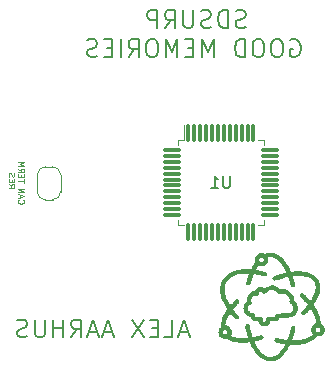
<source format=gbo>
G04 #@! TF.GenerationSoftware,KiCad,Pcbnew,7.0.7*
G04 #@! TF.CreationDate,2023-09-06T22:46:29-07:00*
G04 #@! TF.ProjectId,Memory Board,4d656d6f-7279-4204-926f-6172642e6b69,rev?*
G04 #@! TF.SameCoordinates,Original*
G04 #@! TF.FileFunction,Legend,Bot*
G04 #@! TF.FilePolarity,Positive*
%FSLAX46Y46*%
G04 Gerber Fmt 4.6, Leading zero omitted, Abs format (unit mm)*
G04 Created by KiCad (PCBNEW 7.0.7) date 2023-09-06 22:46:29*
%MOMM*%
%LPD*%
G01*
G04 APERTURE LIST*
G04 Aperture macros list*
%AMRoundRect*
0 Rectangle with rounded corners*
0 $1 Rounding radius*
0 $2 $3 $4 $5 $6 $7 $8 $9 X,Y pos of 4 corners*
0 Add a 4 corners polygon primitive as box body*
4,1,4,$2,$3,$4,$5,$6,$7,$8,$9,$2,$3,0*
0 Add four circle primitives for the rounded corners*
1,1,$1+$1,$2,$3*
1,1,$1+$1,$4,$5*
1,1,$1+$1,$6,$7*
1,1,$1+$1,$8,$9*
0 Add four rect primitives between the rounded corners*
20,1,$1+$1,$2,$3,$4,$5,0*
20,1,$1+$1,$4,$5,$6,$7,0*
20,1,$1+$1,$6,$7,$8,$9,0*
20,1,$1+$1,$8,$9,$2,$3,0*%
%AMFreePoly0*
4,1,19,0.500000,-0.750000,0.000000,-0.750000,0.000000,-0.744911,-0.071157,-0.744911,-0.207708,-0.704816,-0.327430,-0.627875,-0.420627,-0.520320,-0.479746,-0.390866,-0.500000,-0.250000,-0.500000,0.250000,-0.479746,0.390866,-0.420627,0.520320,-0.327430,0.627875,-0.207708,0.704816,-0.071157,0.744911,0.000000,0.744911,0.000000,0.750000,0.500000,0.750000,0.500000,-0.750000,0.500000,-0.750000,
$1*%
%AMFreePoly1*
4,1,19,0.000000,0.744911,0.071157,0.744911,0.207708,0.704816,0.327430,0.627875,0.420627,0.520320,0.479746,0.390866,0.500000,0.250000,0.500000,-0.250000,0.479746,-0.390866,0.420627,-0.520320,0.327430,-0.627875,0.207708,-0.704816,0.071157,-0.744911,0.000000,-0.744911,0.000000,-0.750000,-0.500000,-0.750000,-0.500000,0.750000,0.000000,0.750000,0.000000,0.744911,0.000000,0.744911,
$1*%
G04 Aperture macros list end*
%ADD10C,0.100000*%
%ADD11C,0.200000*%
%ADD12C,0.150000*%
%ADD13C,0.120000*%
%ADD14C,3.600000*%
%ADD15C,6.400000*%
%ADD16C,0.660000*%
%ADD17O,1.000000X0.580000*%
%ADD18C,1.100000*%
%ADD19C,1.700000*%
%ADD20O,1.700000X1.700000*%
%ADD21R,1.700000X1.700000*%
%ADD22RoundRect,0.075000X-0.075000X0.662500X-0.075000X-0.662500X0.075000X-0.662500X0.075000X0.662500X0*%
%ADD23RoundRect,0.075000X-0.662500X0.075000X-0.662500X-0.075000X0.662500X-0.075000X0.662500X0.075000X0*%
%ADD24FreePoly0,90.000000*%
%ADD25FreePoly1,90.000000*%
G04 APERTURE END LIST*
D10*
X28949009Y-42404761D02*
X28925200Y-42428570D01*
X28925200Y-42428570D02*
X28901390Y-42499999D01*
X28901390Y-42499999D02*
X28901390Y-42547618D01*
X28901390Y-42547618D02*
X28925200Y-42619046D01*
X28925200Y-42619046D02*
X28972819Y-42666665D01*
X28972819Y-42666665D02*
X29020438Y-42690475D01*
X29020438Y-42690475D02*
X29115676Y-42714284D01*
X29115676Y-42714284D02*
X29187104Y-42714284D01*
X29187104Y-42714284D02*
X29282342Y-42690475D01*
X29282342Y-42690475D02*
X29329961Y-42666665D01*
X29329961Y-42666665D02*
X29377580Y-42619046D01*
X29377580Y-42619046D02*
X29401390Y-42547618D01*
X29401390Y-42547618D02*
X29401390Y-42499999D01*
X29401390Y-42499999D02*
X29377580Y-42428570D01*
X29377580Y-42428570D02*
X29353771Y-42404761D01*
X29044247Y-42214284D02*
X29044247Y-41976189D01*
X28901390Y-42261903D02*
X29401390Y-42095237D01*
X29401390Y-42095237D02*
X28901390Y-41928570D01*
X28901390Y-41761904D02*
X29401390Y-41761904D01*
X29401390Y-41761904D02*
X28901390Y-41476190D01*
X28901390Y-41476190D02*
X29401390Y-41476190D01*
X29401390Y-40928570D02*
X29401390Y-40642856D01*
X28901390Y-40785713D02*
X29401390Y-40785713D01*
X29163295Y-40476190D02*
X29163295Y-40309523D01*
X28901390Y-40238095D02*
X28901390Y-40476190D01*
X28901390Y-40476190D02*
X29401390Y-40476190D01*
X29401390Y-40476190D02*
X29401390Y-40238095D01*
X28901390Y-39738095D02*
X29139485Y-39904761D01*
X28901390Y-40023809D02*
X29401390Y-40023809D01*
X29401390Y-40023809D02*
X29401390Y-39833333D01*
X29401390Y-39833333D02*
X29377580Y-39785714D01*
X29377580Y-39785714D02*
X29353771Y-39761904D01*
X29353771Y-39761904D02*
X29306152Y-39738095D01*
X29306152Y-39738095D02*
X29234723Y-39738095D01*
X29234723Y-39738095D02*
X29187104Y-39761904D01*
X29187104Y-39761904D02*
X29163295Y-39785714D01*
X29163295Y-39785714D02*
X29139485Y-39833333D01*
X29139485Y-39833333D02*
X29139485Y-40023809D01*
X28901390Y-39523809D02*
X29401390Y-39523809D01*
X29401390Y-39523809D02*
X29044247Y-39357142D01*
X29044247Y-39357142D02*
X29401390Y-39190476D01*
X29401390Y-39190476D02*
X28901390Y-39190476D01*
X28096390Y-41059523D02*
X28334485Y-41226189D01*
X28096390Y-41345237D02*
X28596390Y-41345237D01*
X28596390Y-41345237D02*
X28596390Y-41154761D01*
X28596390Y-41154761D02*
X28572580Y-41107142D01*
X28572580Y-41107142D02*
X28548771Y-41083332D01*
X28548771Y-41083332D02*
X28501152Y-41059523D01*
X28501152Y-41059523D02*
X28429723Y-41059523D01*
X28429723Y-41059523D02*
X28382104Y-41083332D01*
X28382104Y-41083332D02*
X28358295Y-41107142D01*
X28358295Y-41107142D02*
X28334485Y-41154761D01*
X28334485Y-41154761D02*
X28334485Y-41345237D01*
X28358295Y-40845237D02*
X28358295Y-40678570D01*
X28096390Y-40607142D02*
X28096390Y-40845237D01*
X28096390Y-40845237D02*
X28596390Y-40845237D01*
X28596390Y-40845237D02*
X28596390Y-40607142D01*
X28120200Y-40416665D02*
X28096390Y-40345237D01*
X28096390Y-40345237D02*
X28096390Y-40226189D01*
X28096390Y-40226189D02*
X28120200Y-40178570D01*
X28120200Y-40178570D02*
X28144009Y-40154761D01*
X28144009Y-40154761D02*
X28191628Y-40130951D01*
X28191628Y-40130951D02*
X28239247Y-40130951D01*
X28239247Y-40130951D02*
X28286866Y-40154761D01*
X28286866Y-40154761D02*
X28310676Y-40178570D01*
X28310676Y-40178570D02*
X28334485Y-40226189D01*
X28334485Y-40226189D02*
X28358295Y-40321427D01*
X28358295Y-40321427D02*
X28382104Y-40369046D01*
X28382104Y-40369046D02*
X28405914Y-40392856D01*
X28405914Y-40392856D02*
X28453533Y-40416665D01*
X28453533Y-40416665D02*
X28501152Y-40416665D01*
X28501152Y-40416665D02*
X28548771Y-40392856D01*
X28548771Y-40392856D02*
X28572580Y-40369046D01*
X28572580Y-40369046D02*
X28596390Y-40321427D01*
X28596390Y-40321427D02*
X28596390Y-40202380D01*
X28596390Y-40202380D02*
X28572580Y-40130951D01*
D11*
X43317999Y-53594957D02*
X42603714Y-53594957D01*
X43460856Y-54023528D02*
X42960856Y-52523528D01*
X42960856Y-52523528D02*
X42460856Y-54023528D01*
X41246571Y-54023528D02*
X41960857Y-54023528D01*
X41960857Y-54023528D02*
X41960857Y-52523528D01*
X40746571Y-53237814D02*
X40246571Y-53237814D01*
X40032285Y-54023528D02*
X40746571Y-54023528D01*
X40746571Y-54023528D02*
X40746571Y-52523528D01*
X40746571Y-52523528D02*
X40032285Y-52523528D01*
X39532285Y-52523528D02*
X38532285Y-54023528D01*
X38532285Y-52523528D02*
X39532285Y-54023528D01*
X36889428Y-53594957D02*
X36175143Y-53594957D01*
X37032285Y-54023528D02*
X36532285Y-52523528D01*
X36532285Y-52523528D02*
X36032285Y-54023528D01*
X35603714Y-53594957D02*
X34889429Y-53594957D01*
X35746571Y-54023528D02*
X35246571Y-52523528D01*
X35246571Y-52523528D02*
X34746571Y-54023528D01*
X33389429Y-54023528D02*
X33889429Y-53309242D01*
X34246572Y-54023528D02*
X34246572Y-52523528D01*
X34246572Y-52523528D02*
X33675143Y-52523528D01*
X33675143Y-52523528D02*
X33532286Y-52594957D01*
X33532286Y-52594957D02*
X33460857Y-52666385D01*
X33460857Y-52666385D02*
X33389429Y-52809242D01*
X33389429Y-52809242D02*
X33389429Y-53023528D01*
X33389429Y-53023528D02*
X33460857Y-53166385D01*
X33460857Y-53166385D02*
X33532286Y-53237814D01*
X33532286Y-53237814D02*
X33675143Y-53309242D01*
X33675143Y-53309242D02*
X34246572Y-53309242D01*
X32746572Y-54023528D02*
X32746572Y-52523528D01*
X32746572Y-53237814D02*
X31889429Y-53237814D01*
X31889429Y-54023528D02*
X31889429Y-52523528D01*
X31175143Y-52523528D02*
X31175143Y-53737814D01*
X31175143Y-53737814D02*
X31103714Y-53880671D01*
X31103714Y-53880671D02*
X31032286Y-53952100D01*
X31032286Y-53952100D02*
X30889428Y-54023528D01*
X30889428Y-54023528D02*
X30603714Y-54023528D01*
X30603714Y-54023528D02*
X30460857Y-53952100D01*
X30460857Y-53952100D02*
X30389428Y-53880671D01*
X30389428Y-53880671D02*
X30318000Y-53737814D01*
X30318000Y-53737814D02*
X30318000Y-52523528D01*
X29675142Y-53952100D02*
X29460857Y-54023528D01*
X29460857Y-54023528D02*
X29103714Y-54023528D01*
X29103714Y-54023528D02*
X28960857Y-53952100D01*
X28960857Y-53952100D02*
X28889428Y-53880671D01*
X28889428Y-53880671D02*
X28817999Y-53737814D01*
X28817999Y-53737814D02*
X28817999Y-53594957D01*
X28817999Y-53594957D02*
X28889428Y-53452100D01*
X28889428Y-53452100D02*
X28960857Y-53380671D01*
X28960857Y-53380671D02*
X29103714Y-53309242D01*
X29103714Y-53309242D02*
X29389428Y-53237814D01*
X29389428Y-53237814D02*
X29532285Y-53166385D01*
X29532285Y-53166385D02*
X29603714Y-53094957D01*
X29603714Y-53094957D02*
X29675142Y-52952100D01*
X29675142Y-52952100D02*
X29675142Y-52809242D01*
X29675142Y-52809242D02*
X29603714Y-52666385D01*
X29603714Y-52666385D02*
X29532285Y-52594957D01*
X29532285Y-52594957D02*
X29389428Y-52523528D01*
X29389428Y-52523528D02*
X29032285Y-52523528D01*
X29032285Y-52523528D02*
X28817999Y-52594957D01*
X51968171Y-28871357D02*
X52111029Y-28799928D01*
X52111029Y-28799928D02*
X52325314Y-28799928D01*
X52325314Y-28799928D02*
X52539600Y-28871357D01*
X52539600Y-28871357D02*
X52682457Y-29014214D01*
X52682457Y-29014214D02*
X52753886Y-29157071D01*
X52753886Y-29157071D02*
X52825314Y-29442785D01*
X52825314Y-29442785D02*
X52825314Y-29657071D01*
X52825314Y-29657071D02*
X52753886Y-29942785D01*
X52753886Y-29942785D02*
X52682457Y-30085642D01*
X52682457Y-30085642D02*
X52539600Y-30228500D01*
X52539600Y-30228500D02*
X52325314Y-30299928D01*
X52325314Y-30299928D02*
X52182457Y-30299928D01*
X52182457Y-30299928D02*
X51968171Y-30228500D01*
X51968171Y-30228500D02*
X51896743Y-30157071D01*
X51896743Y-30157071D02*
X51896743Y-29657071D01*
X51896743Y-29657071D02*
X52182457Y-29657071D01*
X50968171Y-28799928D02*
X50682457Y-28799928D01*
X50682457Y-28799928D02*
X50539600Y-28871357D01*
X50539600Y-28871357D02*
X50396743Y-29014214D01*
X50396743Y-29014214D02*
X50325314Y-29299928D01*
X50325314Y-29299928D02*
X50325314Y-29799928D01*
X50325314Y-29799928D02*
X50396743Y-30085642D01*
X50396743Y-30085642D02*
X50539600Y-30228500D01*
X50539600Y-30228500D02*
X50682457Y-30299928D01*
X50682457Y-30299928D02*
X50968171Y-30299928D01*
X50968171Y-30299928D02*
X51111029Y-30228500D01*
X51111029Y-30228500D02*
X51253886Y-30085642D01*
X51253886Y-30085642D02*
X51325314Y-29799928D01*
X51325314Y-29799928D02*
X51325314Y-29299928D01*
X51325314Y-29299928D02*
X51253886Y-29014214D01*
X51253886Y-29014214D02*
X51111029Y-28871357D01*
X51111029Y-28871357D02*
X50968171Y-28799928D01*
X49396742Y-28799928D02*
X49111028Y-28799928D01*
X49111028Y-28799928D02*
X48968171Y-28871357D01*
X48968171Y-28871357D02*
X48825314Y-29014214D01*
X48825314Y-29014214D02*
X48753885Y-29299928D01*
X48753885Y-29299928D02*
X48753885Y-29799928D01*
X48753885Y-29799928D02*
X48825314Y-30085642D01*
X48825314Y-30085642D02*
X48968171Y-30228500D01*
X48968171Y-30228500D02*
X49111028Y-30299928D01*
X49111028Y-30299928D02*
X49396742Y-30299928D01*
X49396742Y-30299928D02*
X49539600Y-30228500D01*
X49539600Y-30228500D02*
X49682457Y-30085642D01*
X49682457Y-30085642D02*
X49753885Y-29799928D01*
X49753885Y-29799928D02*
X49753885Y-29299928D01*
X49753885Y-29299928D02*
X49682457Y-29014214D01*
X49682457Y-29014214D02*
X49539600Y-28871357D01*
X49539600Y-28871357D02*
X49396742Y-28799928D01*
X48111028Y-30299928D02*
X48111028Y-28799928D01*
X48111028Y-28799928D02*
X47753885Y-28799928D01*
X47753885Y-28799928D02*
X47539599Y-28871357D01*
X47539599Y-28871357D02*
X47396742Y-29014214D01*
X47396742Y-29014214D02*
X47325313Y-29157071D01*
X47325313Y-29157071D02*
X47253885Y-29442785D01*
X47253885Y-29442785D02*
X47253885Y-29657071D01*
X47253885Y-29657071D02*
X47325313Y-29942785D01*
X47325313Y-29942785D02*
X47396742Y-30085642D01*
X47396742Y-30085642D02*
X47539599Y-30228500D01*
X47539599Y-30228500D02*
X47753885Y-30299928D01*
X47753885Y-30299928D02*
X48111028Y-30299928D01*
X45468171Y-30299928D02*
X45468171Y-28799928D01*
X45468171Y-28799928D02*
X44968171Y-29871357D01*
X44968171Y-29871357D02*
X44468171Y-28799928D01*
X44468171Y-28799928D02*
X44468171Y-30299928D01*
X43753885Y-29514214D02*
X43253885Y-29514214D01*
X43039599Y-30299928D02*
X43753885Y-30299928D01*
X43753885Y-30299928D02*
X43753885Y-28799928D01*
X43753885Y-28799928D02*
X43039599Y-28799928D01*
X42396742Y-30299928D02*
X42396742Y-28799928D01*
X42396742Y-28799928D02*
X41896742Y-29871357D01*
X41896742Y-29871357D02*
X41396742Y-28799928D01*
X41396742Y-28799928D02*
X41396742Y-30299928D01*
X40396741Y-28799928D02*
X40111027Y-28799928D01*
X40111027Y-28799928D02*
X39968170Y-28871357D01*
X39968170Y-28871357D02*
X39825313Y-29014214D01*
X39825313Y-29014214D02*
X39753884Y-29299928D01*
X39753884Y-29299928D02*
X39753884Y-29799928D01*
X39753884Y-29799928D02*
X39825313Y-30085642D01*
X39825313Y-30085642D02*
X39968170Y-30228500D01*
X39968170Y-30228500D02*
X40111027Y-30299928D01*
X40111027Y-30299928D02*
X40396741Y-30299928D01*
X40396741Y-30299928D02*
X40539599Y-30228500D01*
X40539599Y-30228500D02*
X40682456Y-30085642D01*
X40682456Y-30085642D02*
X40753884Y-29799928D01*
X40753884Y-29799928D02*
X40753884Y-29299928D01*
X40753884Y-29299928D02*
X40682456Y-29014214D01*
X40682456Y-29014214D02*
X40539599Y-28871357D01*
X40539599Y-28871357D02*
X40396741Y-28799928D01*
X38253884Y-30299928D02*
X38753884Y-29585642D01*
X39111027Y-30299928D02*
X39111027Y-28799928D01*
X39111027Y-28799928D02*
X38539598Y-28799928D01*
X38539598Y-28799928D02*
X38396741Y-28871357D01*
X38396741Y-28871357D02*
X38325312Y-28942785D01*
X38325312Y-28942785D02*
X38253884Y-29085642D01*
X38253884Y-29085642D02*
X38253884Y-29299928D01*
X38253884Y-29299928D02*
X38325312Y-29442785D01*
X38325312Y-29442785D02*
X38396741Y-29514214D01*
X38396741Y-29514214D02*
X38539598Y-29585642D01*
X38539598Y-29585642D02*
X39111027Y-29585642D01*
X37611027Y-30299928D02*
X37611027Y-28799928D01*
X36896741Y-29514214D02*
X36396741Y-29514214D01*
X36182455Y-30299928D02*
X36896741Y-30299928D01*
X36896741Y-30299928D02*
X36896741Y-28799928D01*
X36896741Y-28799928D02*
X36182455Y-28799928D01*
X35611026Y-30228500D02*
X35396741Y-30299928D01*
X35396741Y-30299928D02*
X35039598Y-30299928D01*
X35039598Y-30299928D02*
X34896741Y-30228500D01*
X34896741Y-30228500D02*
X34825312Y-30157071D01*
X34825312Y-30157071D02*
X34753883Y-30014214D01*
X34753883Y-30014214D02*
X34753883Y-29871357D01*
X34753883Y-29871357D02*
X34825312Y-29728500D01*
X34825312Y-29728500D02*
X34896741Y-29657071D01*
X34896741Y-29657071D02*
X35039598Y-29585642D01*
X35039598Y-29585642D02*
X35325312Y-29514214D01*
X35325312Y-29514214D02*
X35468169Y-29442785D01*
X35468169Y-29442785D02*
X35539598Y-29371357D01*
X35539598Y-29371357D02*
X35611026Y-29228500D01*
X35611026Y-29228500D02*
X35611026Y-29085642D01*
X35611026Y-29085642D02*
X35539598Y-28942785D01*
X35539598Y-28942785D02*
X35468169Y-28871357D01*
X35468169Y-28871357D02*
X35325312Y-28799928D01*
X35325312Y-28799928D02*
X34968169Y-28799928D01*
X34968169Y-28799928D02*
X34753883Y-28871357D01*
X48171370Y-27764700D02*
X47957085Y-27836128D01*
X47957085Y-27836128D02*
X47599942Y-27836128D01*
X47599942Y-27836128D02*
X47457085Y-27764700D01*
X47457085Y-27764700D02*
X47385656Y-27693271D01*
X47385656Y-27693271D02*
X47314227Y-27550414D01*
X47314227Y-27550414D02*
X47314227Y-27407557D01*
X47314227Y-27407557D02*
X47385656Y-27264700D01*
X47385656Y-27264700D02*
X47457085Y-27193271D01*
X47457085Y-27193271D02*
X47599942Y-27121842D01*
X47599942Y-27121842D02*
X47885656Y-27050414D01*
X47885656Y-27050414D02*
X48028513Y-26978985D01*
X48028513Y-26978985D02*
X48099942Y-26907557D01*
X48099942Y-26907557D02*
X48171370Y-26764700D01*
X48171370Y-26764700D02*
X48171370Y-26621842D01*
X48171370Y-26621842D02*
X48099942Y-26478985D01*
X48099942Y-26478985D02*
X48028513Y-26407557D01*
X48028513Y-26407557D02*
X47885656Y-26336128D01*
X47885656Y-26336128D02*
X47528513Y-26336128D01*
X47528513Y-26336128D02*
X47314227Y-26407557D01*
X46671371Y-27836128D02*
X46671371Y-26336128D01*
X46671371Y-26336128D02*
X46314228Y-26336128D01*
X46314228Y-26336128D02*
X46099942Y-26407557D01*
X46099942Y-26407557D02*
X45957085Y-26550414D01*
X45957085Y-26550414D02*
X45885656Y-26693271D01*
X45885656Y-26693271D02*
X45814228Y-26978985D01*
X45814228Y-26978985D02*
X45814228Y-27193271D01*
X45814228Y-27193271D02*
X45885656Y-27478985D01*
X45885656Y-27478985D02*
X45957085Y-27621842D01*
X45957085Y-27621842D02*
X46099942Y-27764700D01*
X46099942Y-27764700D02*
X46314228Y-27836128D01*
X46314228Y-27836128D02*
X46671371Y-27836128D01*
X45242799Y-27764700D02*
X45028514Y-27836128D01*
X45028514Y-27836128D02*
X44671371Y-27836128D01*
X44671371Y-27836128D02*
X44528514Y-27764700D01*
X44528514Y-27764700D02*
X44457085Y-27693271D01*
X44457085Y-27693271D02*
X44385656Y-27550414D01*
X44385656Y-27550414D02*
X44385656Y-27407557D01*
X44385656Y-27407557D02*
X44457085Y-27264700D01*
X44457085Y-27264700D02*
X44528514Y-27193271D01*
X44528514Y-27193271D02*
X44671371Y-27121842D01*
X44671371Y-27121842D02*
X44957085Y-27050414D01*
X44957085Y-27050414D02*
X45099942Y-26978985D01*
X45099942Y-26978985D02*
X45171371Y-26907557D01*
X45171371Y-26907557D02*
X45242799Y-26764700D01*
X45242799Y-26764700D02*
X45242799Y-26621842D01*
X45242799Y-26621842D02*
X45171371Y-26478985D01*
X45171371Y-26478985D02*
X45099942Y-26407557D01*
X45099942Y-26407557D02*
X44957085Y-26336128D01*
X44957085Y-26336128D02*
X44599942Y-26336128D01*
X44599942Y-26336128D02*
X44385656Y-26407557D01*
X43742800Y-26336128D02*
X43742800Y-27550414D01*
X43742800Y-27550414D02*
X43671371Y-27693271D01*
X43671371Y-27693271D02*
X43599943Y-27764700D01*
X43599943Y-27764700D02*
X43457085Y-27836128D01*
X43457085Y-27836128D02*
X43171371Y-27836128D01*
X43171371Y-27836128D02*
X43028514Y-27764700D01*
X43028514Y-27764700D02*
X42957085Y-27693271D01*
X42957085Y-27693271D02*
X42885657Y-27550414D01*
X42885657Y-27550414D02*
X42885657Y-26336128D01*
X41314228Y-27836128D02*
X41814228Y-27121842D01*
X42171371Y-27836128D02*
X42171371Y-26336128D01*
X42171371Y-26336128D02*
X41599942Y-26336128D01*
X41599942Y-26336128D02*
X41457085Y-26407557D01*
X41457085Y-26407557D02*
X41385656Y-26478985D01*
X41385656Y-26478985D02*
X41314228Y-26621842D01*
X41314228Y-26621842D02*
X41314228Y-26836128D01*
X41314228Y-26836128D02*
X41385656Y-26978985D01*
X41385656Y-26978985D02*
X41457085Y-27050414D01*
X41457085Y-27050414D02*
X41599942Y-27121842D01*
X41599942Y-27121842D02*
X42171371Y-27121842D01*
X40671371Y-27836128D02*
X40671371Y-26336128D01*
X40671371Y-26336128D02*
X40099942Y-26336128D01*
X40099942Y-26336128D02*
X39957085Y-26407557D01*
X39957085Y-26407557D02*
X39885656Y-26478985D01*
X39885656Y-26478985D02*
X39814228Y-26621842D01*
X39814228Y-26621842D02*
X39814228Y-26836128D01*
X39814228Y-26836128D02*
X39885656Y-26978985D01*
X39885656Y-26978985D02*
X39957085Y-27050414D01*
X39957085Y-27050414D02*
X40099942Y-27121842D01*
X40099942Y-27121842D02*
X40671371Y-27121842D01*
D12*
X46837504Y-40374219D02*
X46837504Y-41183742D01*
X46837504Y-41183742D02*
X46789885Y-41278980D01*
X46789885Y-41278980D02*
X46742266Y-41326600D01*
X46742266Y-41326600D02*
X46647028Y-41374219D01*
X46647028Y-41374219D02*
X46456552Y-41374219D01*
X46456552Y-41374219D02*
X46361314Y-41326600D01*
X46361314Y-41326600D02*
X46313695Y-41278980D01*
X46313695Y-41278980D02*
X46266076Y-41183742D01*
X46266076Y-41183742D02*
X46266076Y-40374219D01*
X45266076Y-41374219D02*
X45837504Y-41374219D01*
X45551790Y-41374219D02*
X45551790Y-40374219D01*
X45551790Y-40374219D02*
X45647028Y-40517076D01*
X45647028Y-40517076D02*
X45742266Y-40612314D01*
X45742266Y-40612314D02*
X45837504Y-40659933D01*
G36*
X52579924Y-51632205D02*
G01*
X52570604Y-51699512D01*
X52553600Y-51765000D01*
X52527246Y-51837791D01*
X52500487Y-51898058D01*
X52431293Y-52012996D01*
X52343690Y-52114704D01*
X52238113Y-52202722D01*
X52114996Y-52276586D01*
X52107077Y-52280505D01*
X52010254Y-52317204D01*
X51894639Y-52342537D01*
X51759668Y-52356630D01*
X51670304Y-52362007D01*
X51574288Y-52368013D01*
X51477035Y-52374295D01*
X51381976Y-52380619D01*
X51292539Y-52386748D01*
X51212155Y-52392448D01*
X51144253Y-52397484D01*
X51092262Y-52401621D01*
X51059611Y-52404624D01*
X51030996Y-52408212D01*
X51003630Y-52415015D01*
X50987034Y-52426854D01*
X50974070Y-52447289D01*
X50960296Y-52469967D01*
X50919697Y-52519568D01*
X50868266Y-52568200D01*
X50812998Y-52609618D01*
X50760889Y-52637579D01*
X50739854Y-52645484D01*
X50715040Y-52652928D01*
X50687360Y-52658368D01*
X50652826Y-52662227D01*
X50607449Y-52664926D01*
X50547239Y-52666887D01*
X50468208Y-52668533D01*
X50243159Y-52672614D01*
X50230414Y-52719946D01*
X50212694Y-52773154D01*
X50165609Y-52863879D01*
X50102026Y-52944188D01*
X50025071Y-53011070D01*
X49937869Y-53061515D01*
X49843548Y-53092512D01*
X49809806Y-53096976D01*
X49760615Y-53099307D01*
X49710589Y-53098317D01*
X49626791Y-53086452D01*
X49528391Y-53053199D01*
X49440535Y-53001089D01*
X49365312Y-52931752D01*
X49304813Y-52846816D01*
X49261127Y-52747912D01*
X49236693Y-52673480D01*
X49086753Y-52669009D01*
X49040797Y-52667486D01*
X48990428Y-52664822D01*
X48953153Y-52660681D01*
X48923251Y-52654045D01*
X48895000Y-52643899D01*
X48862677Y-52629227D01*
X48861157Y-52628500D01*
X48776440Y-52575885D01*
X48707349Y-52507641D01*
X48655837Y-52425690D01*
X48639901Y-52390761D01*
X48627802Y-52361084D01*
X48623171Y-52345245D01*
X48623102Y-52344714D01*
X48611557Y-52335175D01*
X48584069Y-52322183D01*
X48546175Y-52308389D01*
X48523015Y-52300425D01*
X48412869Y-52249204D01*
X48308163Y-52179046D01*
X48213130Y-52093159D01*
X48132006Y-51994747D01*
X48128908Y-51990301D01*
X48067181Y-51883989D01*
X48023109Y-51771084D01*
X47996509Y-51654420D01*
X47989045Y-51560145D01*
X48374866Y-51560145D01*
X48377415Y-51587250D01*
X48399900Y-51680943D01*
X48441615Y-51765041D01*
X48500617Y-51837510D01*
X48574960Y-51896315D01*
X48662698Y-51939425D01*
X48761888Y-51964806D01*
X48812113Y-51972527D01*
X48852584Y-51979451D01*
X48879744Y-51985796D01*
X48898520Y-51993072D01*
X48913843Y-52002786D01*
X48930640Y-52016448D01*
X48954618Y-52039070D01*
X48983701Y-52080896D01*
X48999534Y-52131678D01*
X49004637Y-52197580D01*
X49005245Y-52277418D01*
X49244761Y-52283121D01*
X49251279Y-52283277D01*
X49338927Y-52285775D01*
X49407151Y-52289065D01*
X49459131Y-52293969D01*
X49498044Y-52301308D01*
X49527069Y-52311903D01*
X49549384Y-52326574D01*
X49568167Y-52346144D01*
X49586598Y-52371433D01*
X49588941Y-52374922D01*
X49602791Y-52399205D01*
X49610821Y-52424800D01*
X49614535Y-52458861D01*
X49615439Y-52508542D01*
X49617292Y-52562346D01*
X49626923Y-52623788D01*
X49645491Y-52668116D01*
X49673799Y-52697930D01*
X49688553Y-52706507D01*
X49734302Y-52717170D01*
X49781187Y-52709145D01*
X49821615Y-52683190D01*
X49830919Y-52673444D01*
X49846398Y-52651158D01*
X49853752Y-52624141D01*
X49856088Y-52583392D01*
X49856221Y-52576262D01*
X49859982Y-52494895D01*
X49868617Y-52432356D01*
X49883697Y-52385155D01*
X49906793Y-52349800D01*
X49939476Y-52322800D01*
X49983316Y-52300664D01*
X49996930Y-52296042D01*
X50019389Y-52291486D01*
X50050668Y-52288086D01*
X50093565Y-52285695D01*
X50150875Y-52284168D01*
X50225398Y-52283358D01*
X50319931Y-52283121D01*
X50404217Y-52282882D01*
X50485207Y-52281930D01*
X50546445Y-52280183D01*
X50589591Y-52277567D01*
X50616304Y-52274009D01*
X50628245Y-52269434D01*
X50630282Y-52266909D01*
X50638571Y-52243942D01*
X50641932Y-52211841D01*
X50649469Y-52160023D01*
X50676035Y-52112579D01*
X50721285Y-52078070D01*
X50727623Y-52075011D01*
X50766784Y-52060920D01*
X50820783Y-52047952D01*
X50890759Y-52035977D01*
X50977851Y-52024864D01*
X51083197Y-52014481D01*
X51207937Y-52004699D01*
X51353210Y-51995387D01*
X51520153Y-51986414D01*
X51537231Y-51985546D01*
X51614343Y-51981145D01*
X51687188Y-51976263D01*
X51751133Y-51971256D01*
X51801549Y-51966480D01*
X51833804Y-51962292D01*
X51845656Y-51960021D01*
X51932875Y-51931552D01*
X52015270Y-51885196D01*
X52085374Y-51825028D01*
X52144071Y-51747357D01*
X52182575Y-51663043D01*
X52200745Y-51575318D01*
X52198941Y-51486877D01*
X52177524Y-51400415D01*
X52136853Y-51318629D01*
X52077289Y-51244215D01*
X51999192Y-51179869D01*
X51996690Y-51178180D01*
X51956616Y-51147719D01*
X51921498Y-51115396D01*
X51898683Y-51087932D01*
X51890785Y-51074728D01*
X51881233Y-51053570D01*
X51876927Y-51030012D01*
X51876985Y-50997300D01*
X51880528Y-50948680D01*
X51884950Y-50882924D01*
X51885043Y-50807486D01*
X51876950Y-50744088D01*
X51859284Y-50686929D01*
X51830661Y-50630208D01*
X51789696Y-50568123D01*
X51738480Y-50503670D01*
X51657850Y-50427433D01*
X51570998Y-50372809D01*
X51478553Y-50339997D01*
X51381144Y-50329194D01*
X51279399Y-50340597D01*
X51173947Y-50374405D01*
X51134706Y-50389211D01*
X51091791Y-50398581D01*
X51049152Y-50398315D01*
X51037799Y-50397012D01*
X50995419Y-50386492D01*
X50959098Y-50365287D01*
X50924085Y-50329862D01*
X50885627Y-50276685D01*
X50881750Y-50270860D01*
X50812519Y-50181453D01*
X50737806Y-50112687D01*
X50655151Y-50062683D01*
X50562093Y-50029561D01*
X50502878Y-50018616D01*
X50420974Y-50016931D01*
X50331324Y-50030257D01*
X50229566Y-50058979D01*
X50221835Y-50061590D01*
X50100072Y-50110627D01*
X49997521Y-50168469D01*
X49911981Y-50236345D01*
X49874318Y-50270727D01*
X49840105Y-50297323D01*
X49810125Y-50312654D01*
X49778362Y-50319674D01*
X49738797Y-50321336D01*
X49707994Y-50319641D01*
X49654098Y-50304692D01*
X49609267Y-50272155D01*
X49569158Y-50219420D01*
X49567391Y-50216579D01*
X49525672Y-50164306D01*
X49479054Y-50130378D01*
X49430276Y-50116203D01*
X49382073Y-50123190D01*
X49376775Y-50125865D01*
X49355065Y-50149509D01*
X49335533Y-50189337D01*
X49320351Y-50240010D01*
X49311690Y-50296190D01*
X49307618Y-50335057D01*
X49301144Y-50378378D01*
X49294359Y-50409201D01*
X49283801Y-50432619D01*
X49251505Y-50472254D01*
X49207264Y-50505677D01*
X49157845Y-50527048D01*
X49132524Y-50532384D01*
X49106451Y-50532933D01*
X49076122Y-50527069D01*
X49036073Y-50513704D01*
X48980836Y-50491745D01*
X48975393Y-50489736D01*
X48931309Y-50486371D01*
X48881740Y-50501068D01*
X48830095Y-50531417D01*
X48779783Y-50575012D01*
X48734216Y-50629444D01*
X48696802Y-50692306D01*
X48687450Y-50712151D01*
X48674891Y-50744250D01*
X48667764Y-50775902D01*
X48664631Y-50814852D01*
X48664056Y-50868842D01*
X48664224Y-50886203D01*
X48666065Y-50945625D01*
X48669456Y-51002917D01*
X48673831Y-51047739D01*
X48677701Y-51081672D01*
X48677539Y-51112193D01*
X48670218Y-51137696D01*
X48654144Y-51167903D01*
X48650024Y-51174682D01*
X48625897Y-51205345D01*
X48592359Y-51232831D01*
X48543299Y-51262344D01*
X48529390Y-51270134D01*
X48463086Y-51314323D01*
X48416791Y-51361335D01*
X48388196Y-51415254D01*
X48374990Y-51480163D01*
X48374866Y-51560145D01*
X47989045Y-51560145D01*
X47987199Y-51536826D01*
X47994999Y-51421134D01*
X48019726Y-51310177D01*
X48061199Y-51206783D01*
X48119235Y-51113786D01*
X48193654Y-51034017D01*
X48193751Y-51033932D01*
X48224345Y-51008222D01*
X48248446Y-50989889D01*
X48260842Y-50982897D01*
X48262691Y-50980617D01*
X48266228Y-50961394D01*
X48268677Y-50926834D01*
X48269592Y-50882072D01*
X48276664Y-50778717D01*
X48303008Y-50656545D01*
X48347112Y-50539732D01*
X48407150Y-50431012D01*
X48481298Y-50333122D01*
X48567730Y-50248796D01*
X48664621Y-50180770D01*
X48770148Y-50131780D01*
X48810614Y-50119604D01*
X48859984Y-50109063D01*
X48900103Y-50104915D01*
X48927300Y-50103751D01*
X48950852Y-50097655D01*
X48961211Y-50084715D01*
X48991787Y-50013840D01*
X49038277Y-49939372D01*
X49094691Y-49871337D01*
X49156542Y-49815103D01*
X49219341Y-49776036D01*
X49220342Y-49775573D01*
X49318295Y-49742509D01*
X49420043Y-49730732D01*
X49522086Y-49739931D01*
X49620926Y-49769792D01*
X49713065Y-49820006D01*
X49713532Y-49820327D01*
X49744353Y-49840733D01*
X49763760Y-49849462D01*
X49778843Y-49848038D01*
X49796692Y-49837985D01*
X49832600Y-49816244D01*
X49923190Y-49769203D01*
X50024968Y-49724846D01*
X50130052Y-49686454D01*
X50230560Y-49657310D01*
X50262016Y-49650461D01*
X50357818Y-49637602D01*
X50459837Y-49633656D01*
X50559044Y-49638722D01*
X50646407Y-49652893D01*
X50734989Y-49680167D01*
X50838474Y-49725834D01*
X50937489Y-49783270D01*
X51025926Y-49848875D01*
X51097680Y-49919047D01*
X51146402Y-49975609D01*
X51210669Y-49960481D01*
X51251531Y-49953185D01*
X51325745Y-49946982D01*
X51407660Y-49946459D01*
X51488646Y-49951574D01*
X51560073Y-49962280D01*
X51566540Y-49963722D01*
X51618457Y-49978650D01*
X51677162Y-49999830D01*
X51731155Y-50023167D01*
X51731566Y-50023366D01*
X51841931Y-50087262D01*
X51944141Y-50167095D01*
X52036174Y-50259910D01*
X52116009Y-50362748D01*
X52181622Y-50472655D01*
X52230992Y-50586674D01*
X52262097Y-50701849D01*
X52272915Y-50815223D01*
X52272915Y-50894821D01*
X52356941Y-50982770D01*
X52420455Y-51055805D01*
X52492516Y-51163857D01*
X52543190Y-51277789D01*
X52573207Y-51399367D01*
X52583296Y-51530359D01*
X52583221Y-51553954D01*
X52582321Y-51575318D01*
X52579924Y-51632205D01*
G37*
G36*
X54535722Y-52852944D02*
G01*
X54600734Y-52893072D01*
X54631519Y-52913601D01*
X54713049Y-52985262D01*
X54780074Y-53071228D01*
X54830518Y-53167809D01*
X54862307Y-53271312D01*
X54872098Y-53365829D01*
X54873364Y-53378047D01*
X54865988Y-53465248D01*
X54837967Y-53569577D01*
X54791084Y-53667628D01*
X54727514Y-53755867D01*
X54649433Y-53830758D01*
X54559016Y-53888767D01*
X54504180Y-53914188D01*
X54439297Y-53935936D01*
X54371990Y-53947315D01*
X54292443Y-53950602D01*
X54195758Y-53950602D01*
X54122363Y-54029875D01*
X54045398Y-54107442D01*
X53898323Y-54230510D01*
X53734355Y-54339056D01*
X53554097Y-54432881D01*
X53358152Y-54511785D01*
X53147125Y-54575571D01*
X52921620Y-54624038D01*
X52682239Y-54656987D01*
X52429587Y-54674220D01*
X52164267Y-54675538D01*
X51924457Y-54669614D01*
X51856319Y-54802214D01*
X51733945Y-55021605D01*
X51599596Y-55226436D01*
X51455559Y-55412862D01*
X51302960Y-55579304D01*
X51270344Y-55611209D01*
X51126689Y-55737612D01*
X50981130Y-55842387D01*
X50832010Y-55926495D01*
X50677676Y-55990898D01*
X50516471Y-56036559D01*
X50496809Y-56040484D01*
X50418583Y-56050403D01*
X50327739Y-56055219D01*
X50231274Y-56055066D01*
X50136189Y-56050080D01*
X50049483Y-56040396D01*
X49978155Y-56026149D01*
X49959655Y-56021050D01*
X49803308Y-55967215D01*
X49653664Y-55895486D01*
X49508748Y-55804642D01*
X49366584Y-55693461D01*
X49225195Y-55560723D01*
X49169430Y-55502487D01*
X49055951Y-55372551D01*
X48950513Y-55234521D01*
X48850600Y-55084740D01*
X48753694Y-54919551D01*
X48657281Y-54735299D01*
X48636501Y-54693204D01*
X48606782Y-54631904D01*
X48580584Y-54576610D01*
X48560163Y-54532106D01*
X48547777Y-54503176D01*
X48526215Y-54447837D01*
X48452080Y-54454710D01*
X48420450Y-54457646D01*
X48366051Y-54462701D01*
X48303533Y-54468516D01*
X48241078Y-54474329D01*
X48232265Y-54475110D01*
X48159752Y-54479471D01*
X48071814Y-54481966D01*
X47973227Y-54482701D01*
X47868769Y-54481782D01*
X47763216Y-54479317D01*
X47661344Y-54475412D01*
X47567931Y-54470173D01*
X47487753Y-54463708D01*
X47425587Y-54456122D01*
X47349375Y-54442768D01*
X47236574Y-54418829D01*
X47124047Y-54390610D01*
X47019290Y-54360032D01*
X46929799Y-54329017D01*
X46902610Y-54318129D01*
X46836174Y-54288936D01*
X46766788Y-54255537D01*
X46700511Y-54221032D01*
X46643404Y-54188521D01*
X46601525Y-54161102D01*
X46589614Y-54153018D01*
X46570963Y-54144647D01*
X46546624Y-54140275D01*
X46510906Y-54139072D01*
X46458119Y-54140211D01*
X46421614Y-54140969D01*
X46366262Y-54139273D01*
X46319656Y-54132719D01*
X46272811Y-54120344D01*
X46198882Y-54091430D01*
X46104675Y-54035333D01*
X46023069Y-53963440D01*
X45956083Y-53878452D01*
X45905736Y-53783071D01*
X45874048Y-53680000D01*
X45863036Y-53571940D01*
X45863154Y-53567321D01*
X46252567Y-53567321D01*
X46261284Y-53631745D01*
X46289218Y-53686196D01*
X46334307Y-53727758D01*
X46394489Y-53753514D01*
X46426471Y-53761218D01*
X46448937Y-53764053D01*
X46468757Y-53761061D01*
X46496040Y-53752104D01*
X46514566Y-53744579D01*
X46566386Y-53709121D01*
X46603113Y-53660593D01*
X46622948Y-53603475D01*
X46624092Y-53542248D01*
X46604747Y-53481391D01*
X46588396Y-53454660D01*
X46546809Y-53413507D01*
X46497259Y-53389275D01*
X46443684Y-53381153D01*
X46390023Y-53388329D01*
X46340214Y-53409992D01*
X46298196Y-53445330D01*
X46267907Y-53493533D01*
X46253286Y-53553789D01*
X46252567Y-53567321D01*
X45863154Y-53567321D01*
X45863620Y-53549002D01*
X45877340Y-53452993D01*
X45907322Y-53357612D01*
X45950967Y-53269710D01*
X46005674Y-53196141D01*
X46053736Y-53144235D01*
X46060394Y-53018774D01*
X46063495Y-52973415D01*
X46088913Y-52792431D01*
X46135393Y-52604424D01*
X46202669Y-52410095D01*
X46290474Y-52210143D01*
X46398540Y-52005270D01*
X46526601Y-51796174D01*
X46617555Y-51657093D01*
X46515462Y-51493928D01*
X46414596Y-51325428D01*
X46298273Y-51106802D01*
X46202145Y-50893653D01*
X46125588Y-50684418D01*
X46067982Y-50477537D01*
X46028705Y-50271448D01*
X46020726Y-50204930D01*
X46013488Y-50101675D01*
X46010693Y-49992132D01*
X46011299Y-49952086D01*
X46395370Y-49952086D01*
X46402983Y-50133781D01*
X46431251Y-50322248D01*
X46480028Y-50516788D01*
X46549165Y-50716701D01*
X46638516Y-50921285D01*
X46747932Y-51129842D01*
X46755179Y-51142560D01*
X46785652Y-51195051D01*
X46813492Y-51241557D01*
X46835880Y-51277430D01*
X46849993Y-51298021D01*
X46873188Y-51327285D01*
X46999973Y-51186456D01*
X47012815Y-51172264D01*
X47069950Y-51110396D01*
X47132146Y-51044680D01*
X47192715Y-50982126D01*
X47244967Y-50929742D01*
X47291125Y-50885279D01*
X47330583Y-50849726D01*
X47360795Y-50826276D01*
X47384997Y-50812444D01*
X47406424Y-50805745D01*
X47440503Y-50801772D01*
X47505284Y-50808641D01*
X47560802Y-50833728D01*
X47604108Y-50874672D01*
X47632254Y-50929112D01*
X47642291Y-50994685D01*
X47642131Y-51002208D01*
X47637663Y-51038690D01*
X47628975Y-51066336D01*
X47623466Y-51074138D01*
X47603369Y-51098335D01*
X47571397Y-51134744D01*
X47529916Y-51180724D01*
X47481288Y-51233637D01*
X47427878Y-51290844D01*
X47402500Y-51317913D01*
X47344934Y-51379963D01*
X47289779Y-51440231D01*
X47240370Y-51495035D01*
X47200036Y-51540693D01*
X47172111Y-51573523D01*
X47104126Y-51656606D01*
X47136391Y-51698983D01*
X47153295Y-51720617D01*
X47195402Y-51771977D01*
X47247397Y-51833131D01*
X47305436Y-51899691D01*
X47365671Y-51967270D01*
X47424258Y-52031482D01*
X47477351Y-52087940D01*
X47522510Y-52135905D01*
X47559542Y-52178590D01*
X47584278Y-52213148D01*
X47599055Y-52243496D01*
X47606209Y-52273555D01*
X47608074Y-52307241D01*
X47599286Y-52363014D01*
X47572618Y-52414208D01*
X47531987Y-52454193D01*
X47481366Y-52480923D01*
X47424727Y-52492351D01*
X47366042Y-52486433D01*
X47309284Y-52461121D01*
X47291655Y-52446539D01*
X47260633Y-52416827D01*
X47219712Y-52375331D01*
X47171532Y-52324854D01*
X47118736Y-52268200D01*
X47063963Y-52208175D01*
X47009855Y-52147583D01*
X46959054Y-52089228D01*
X46929505Y-52055193D01*
X46899639Y-52021801D01*
X46877784Y-51998529D01*
X46867289Y-51989034D01*
X46866329Y-51989080D01*
X46855250Y-52000298D01*
X46835739Y-52027569D01*
X46809840Y-52067508D01*
X46779598Y-52116730D01*
X46747056Y-52171850D01*
X46714259Y-52229482D01*
X46683252Y-52286242D01*
X46656079Y-52338744D01*
X46598511Y-52462878D01*
X46547258Y-52590939D01*
X46504435Y-52716975D01*
X46471864Y-52835630D01*
X46451362Y-52941546D01*
X46450213Y-52949937D01*
X46448505Y-52976572D01*
X46454385Y-52989157D01*
X46470282Y-52994490D01*
X46485323Y-52997243D01*
X46520166Y-53003622D01*
X46560726Y-53011050D01*
X46649795Y-53037085D01*
X46743620Y-53086767D01*
X46833373Y-53158255D01*
X46886281Y-53214731D01*
X46948363Y-53306982D01*
X46990224Y-53406949D01*
X47011457Y-53512206D01*
X47011511Y-53542248D01*
X47011652Y-53620328D01*
X46990403Y-53728888D01*
X46947300Y-53835461D01*
X46914252Y-53899386D01*
X46956067Y-53919733D01*
X47104200Y-53981392D01*
X47273779Y-54031699D01*
X47459517Y-54068495D01*
X47660150Y-54091586D01*
X47874411Y-54100777D01*
X48101036Y-54095873D01*
X48161750Y-54092532D01*
X48226378Y-54088514D01*
X48281535Y-54084597D01*
X48322784Y-54081098D01*
X48345685Y-54078336D01*
X48381858Y-54071578D01*
X48365110Y-54024206D01*
X48351773Y-53984459D01*
X48328997Y-53910304D01*
X48303463Y-53821412D01*
X48276329Y-53722295D01*
X48248753Y-53617466D01*
X48221893Y-53511435D01*
X48196907Y-53408716D01*
X48174952Y-53313819D01*
X48157186Y-53231258D01*
X48144767Y-53165543D01*
X48144014Y-53160972D01*
X48137456Y-53092216D01*
X48143732Y-53037916D01*
X48164131Y-52993100D01*
X48199943Y-52952797D01*
X48239796Y-52924359D01*
X48298399Y-52903986D01*
X48358524Y-52904422D01*
X48416165Y-52925456D01*
X48467315Y-52966878D01*
X48470826Y-52970861D01*
X48500004Y-53013563D01*
X48515337Y-53055162D01*
X48522946Y-53096990D01*
X48544351Y-53201857D01*
X48570966Y-53319708D01*
X48601289Y-53444637D01*
X48633815Y-53570736D01*
X48667042Y-53692100D01*
X48699466Y-53802822D01*
X48729585Y-53896996D01*
X48738931Y-53924430D01*
X48753726Y-53965784D01*
X48764938Y-53991056D01*
X48774981Y-54003974D01*
X48786269Y-54008267D01*
X48801215Y-54007665D01*
X48811798Y-54006235D01*
X48849608Y-53999268D01*
X48903296Y-53987936D01*
X48968585Y-53973253D01*
X49041199Y-53956231D01*
X49116861Y-53937882D01*
X49191295Y-53919218D01*
X49260223Y-53901253D01*
X49319369Y-53884998D01*
X49374644Y-53869793D01*
X49436515Y-53855276D01*
X49484335Y-53848405D01*
X49522362Y-53848966D01*
X49554854Y-53856743D01*
X49586069Y-53871522D01*
X49613755Y-53892203D01*
X49649319Y-53934857D01*
X49674386Y-53984672D01*
X49683871Y-54033239D01*
X49678190Y-54069047D01*
X49658593Y-54117564D01*
X49629868Y-54162386D01*
X49597116Y-54194058D01*
X49577747Y-54204000D01*
X49534353Y-54220571D01*
X49472751Y-54240495D01*
X49395294Y-54263092D01*
X49304336Y-54287684D01*
X49202230Y-54313590D01*
X49091330Y-54340131D01*
X49064002Y-54346640D01*
X49009213Y-54360689D01*
X48964695Y-54373473D01*
X48934454Y-54383795D01*
X48922496Y-54390462D01*
X48924536Y-54401575D01*
X48935801Y-54430525D01*
X48955109Y-54473247D01*
X48980758Y-54526374D01*
X49011049Y-54586540D01*
X49044281Y-54650377D01*
X49078753Y-54714520D01*
X49112767Y-54775602D01*
X49144620Y-54830257D01*
X49159171Y-54854232D01*
X49273451Y-55026042D01*
X49395601Y-55182399D01*
X49523582Y-55320872D01*
X49655358Y-55439032D01*
X49692782Y-55467209D01*
X49765311Y-55514495D01*
X49845785Y-55559963D01*
X49927883Y-55600362D01*
X50005281Y-55632444D01*
X50071658Y-55652959D01*
X50129273Y-55664036D01*
X50219492Y-55674063D01*
X50307884Y-55676213D01*
X50384864Y-55669966D01*
X50524112Y-55636822D01*
X50661599Y-55581151D01*
X50796688Y-55503261D01*
X50929029Y-55403418D01*
X51058271Y-55281885D01*
X51184063Y-55138929D01*
X51306054Y-54974814D01*
X51338855Y-54925925D01*
X51378816Y-54863418D01*
X51416171Y-54801999D01*
X51449257Y-54744659D01*
X51476412Y-54694387D01*
X51495974Y-54654173D01*
X51506279Y-54627008D01*
X51505665Y-54615879D01*
X51497114Y-54613877D01*
X51468820Y-54608482D01*
X51427127Y-54601174D01*
X51377585Y-54592948D01*
X51331352Y-54584917D01*
X51254357Y-54570048D01*
X51167419Y-54551970D01*
X51075935Y-54531902D01*
X50985301Y-54511065D01*
X50900914Y-54490678D01*
X50828170Y-54471963D01*
X50772468Y-54456139D01*
X50758709Y-54451797D01*
X50702850Y-54430391D01*
X50663534Y-54406188D01*
X50635619Y-54375206D01*
X50613962Y-54333466D01*
X50600329Y-54288828D01*
X50600139Y-54229604D01*
X50622160Y-54171800D01*
X50632752Y-54154106D01*
X50655952Y-54122543D01*
X50681940Y-54099648D01*
X50713427Y-54085149D01*
X50753129Y-54078775D01*
X50803760Y-54080253D01*
X50868034Y-54089312D01*
X50948664Y-54105678D01*
X51048365Y-54129081D01*
X51062542Y-54132515D01*
X51151586Y-54153264D01*
X51243580Y-54173465D01*
X51334936Y-54192433D01*
X51422062Y-54209485D01*
X51501370Y-54223938D01*
X51569269Y-54235107D01*
X51622169Y-54242310D01*
X51656480Y-54244863D01*
X51656968Y-54244862D01*
X51678585Y-54241316D01*
X51693650Y-54227058D01*
X51708249Y-54196390D01*
X51710585Y-54190561D01*
X51755852Y-54070426D01*
X51802645Y-53933815D01*
X51849204Y-53786504D01*
X51893768Y-53634269D01*
X51934578Y-53482885D01*
X51969872Y-53338128D01*
X51979665Y-53296028D01*
X51996547Y-53228832D01*
X52011831Y-53178531D01*
X52027185Y-53141458D01*
X52044273Y-53113948D01*
X52064760Y-53092335D01*
X52090311Y-53072950D01*
X52097180Y-53068618D01*
X52146864Y-53051038D01*
X52203407Y-53048827D01*
X52259995Y-53060691D01*
X52309809Y-53085338D01*
X52346034Y-53121474D01*
X52361981Y-53149088D01*
X52373352Y-53180445D01*
X52377882Y-53216335D01*
X52375654Y-53261090D01*
X52366751Y-53319043D01*
X52351257Y-53394525D01*
X52347256Y-53412575D01*
X52315928Y-53543269D01*
X52278164Y-53686051D01*
X52236160Y-53833187D01*
X52192111Y-53976946D01*
X52148212Y-54109594D01*
X52136980Y-54142216D01*
X52118546Y-54196545D01*
X52103783Y-54241089D01*
X52093981Y-54271931D01*
X52090427Y-54285158D01*
X52094073Y-54287004D01*
X52116409Y-54289182D01*
X52156114Y-54290143D01*
X52209757Y-54290004D01*
X52273910Y-54288882D01*
X52345142Y-54286895D01*
X52420024Y-54284159D01*
X52495125Y-54280792D01*
X52567017Y-54276911D01*
X52632269Y-54272633D01*
X52687451Y-54268074D01*
X52729134Y-54263352D01*
X52799374Y-54252638D01*
X53006565Y-54210751D01*
X53198259Y-54155876D01*
X53373571Y-54088384D01*
X53531618Y-54008651D01*
X53671516Y-53917050D01*
X53792382Y-53813954D01*
X53857651Y-53750058D01*
X53828757Y-53712176D01*
X53816508Y-53694784D01*
X53783131Y-53634438D01*
X53754333Y-53564421D01*
X53734302Y-53494392D01*
X53727590Y-53456498D01*
X53723336Y-53354657D01*
X54110879Y-53354657D01*
X54111273Y-53408799D01*
X54127428Y-53461183D01*
X54160286Y-53507995D01*
X54210789Y-53545422D01*
X54217657Y-53548950D01*
X54272505Y-53568351D01*
X54324337Y-53567926D01*
X54380384Y-53547777D01*
X54426822Y-53516016D01*
X54461788Y-53471169D01*
X54480413Y-53419825D01*
X54483579Y-53365829D01*
X54472169Y-53313027D01*
X54447064Y-53265265D01*
X54409149Y-53226388D01*
X54359305Y-53200241D01*
X54298416Y-53190671D01*
X54248061Y-53196808D01*
X54194836Y-53219834D01*
X54153602Y-53256361D01*
X54125302Y-53302573D01*
X54110879Y-53354657D01*
X53723336Y-53354657D01*
X53723047Y-53347729D01*
X53739333Y-53241703D01*
X53774991Y-53141129D01*
X53828563Y-53048716D01*
X53898592Y-52967176D01*
X53983620Y-52899218D01*
X54082189Y-52847552D01*
X54148364Y-52820657D01*
X54145030Y-52771444D01*
X54143095Y-52747711D01*
X54126719Y-52634930D01*
X54098368Y-52509200D01*
X54059399Y-52374852D01*
X54011165Y-52236220D01*
X53955021Y-52097635D01*
X53892324Y-51963431D01*
X53887333Y-51953547D01*
X53858347Y-51898048D01*
X53826155Y-51838965D01*
X53792749Y-51779684D01*
X53760127Y-51723590D01*
X53730284Y-51674069D01*
X53705215Y-51634505D01*
X53686916Y-51608285D01*
X53677381Y-51598792D01*
X53675833Y-51599459D01*
X53661746Y-51611822D01*
X53636560Y-51637402D01*
X53603288Y-51673071D01*
X53564939Y-51715699D01*
X53536176Y-51747844D01*
X53478933Y-51810118D01*
X53419066Y-51873377D01*
X53359141Y-51935066D01*
X53301722Y-51992630D01*
X53249373Y-52043517D01*
X53204657Y-52085172D01*
X53170141Y-52115040D01*
X53148387Y-52130569D01*
X53145364Y-52132052D01*
X53102026Y-52143153D01*
X53050111Y-52143677D01*
X52999563Y-52134390D01*
X52960327Y-52116059D01*
X52926822Y-52084699D01*
X52892487Y-52028922D01*
X52876986Y-51965816D01*
X52882203Y-51900582D01*
X52890361Y-51885694D01*
X52912443Y-51856322D01*
X52945549Y-51816820D01*
X52986976Y-51770398D01*
X53034022Y-51720267D01*
X53050731Y-51702813D01*
X53104271Y-51646049D01*
X53160338Y-51585525D01*
X53216666Y-51523792D01*
X53270990Y-51463401D01*
X53321044Y-51406902D01*
X53364562Y-51356845D01*
X53399279Y-51315781D01*
X53422930Y-51286261D01*
X53433248Y-51270835D01*
X53429046Y-51256949D01*
X53410414Y-51228159D01*
X53378703Y-51186676D01*
X53335464Y-51134289D01*
X53282249Y-51072792D01*
X53220611Y-51003975D01*
X53152101Y-50929630D01*
X53078271Y-50851548D01*
X53000674Y-50771521D01*
X52946854Y-50716098D01*
X52893861Y-50660211D01*
X52847956Y-50610427D01*
X52811403Y-50569247D01*
X52786468Y-50539174D01*
X52775416Y-50522710D01*
X52765283Y-50485345D01*
X52765274Y-50426430D01*
X52783133Y-50372671D01*
X52815796Y-50326932D01*
X52860200Y-50292079D01*
X52913283Y-50270979D01*
X52971981Y-50266497D01*
X53033231Y-50281498D01*
X53035077Y-50282344D01*
X53058569Y-50298334D01*
X53094736Y-50328573D01*
X53141204Y-50370704D01*
X53195598Y-50422365D01*
X53255544Y-50481200D01*
X53318669Y-50544849D01*
X53382599Y-50610954D01*
X53444959Y-50677154D01*
X53503376Y-50741092D01*
X53555475Y-50800409D01*
X53575715Y-50823947D01*
X53613099Y-50866897D01*
X53644026Y-50901734D01*
X53665730Y-50925363D01*
X53675447Y-50934689D01*
X53678485Y-50932599D01*
X53691851Y-50915310D01*
X53713359Y-50883358D01*
X53740828Y-50840041D01*
X53772076Y-50788656D01*
X53819371Y-50706680D01*
X53910800Y-50528666D01*
X53984596Y-50354935D01*
X54040527Y-50186622D01*
X54078359Y-50024858D01*
X54097860Y-49870777D01*
X54098795Y-49725513D01*
X54080933Y-49590199D01*
X54044041Y-49465968D01*
X54016696Y-49404668D01*
X53948491Y-49293668D01*
X53860722Y-49193109D01*
X53754154Y-49103587D01*
X53629551Y-49025702D01*
X53487676Y-48960049D01*
X53329294Y-48907226D01*
X53294603Y-48897825D01*
X53210893Y-48877502D01*
X53129197Y-48861688D01*
X53044560Y-48849757D01*
X52952025Y-48841089D01*
X52846634Y-48835058D01*
X52723431Y-48831043D01*
X52677114Y-48830162D01*
X52590318Y-48829627D01*
X52503942Y-48830380D01*
X52421184Y-48832284D01*
X52345242Y-48835204D01*
X52279315Y-48839005D01*
X52226600Y-48843551D01*
X52190298Y-48848707D01*
X52173605Y-48854336D01*
X52174585Y-48863510D01*
X52181136Y-48891405D01*
X52192578Y-48934409D01*
X52207953Y-48988925D01*
X52226297Y-49051359D01*
X52257401Y-49157772D01*
X52289391Y-49273569D01*
X52316118Y-49377817D01*
X52337124Y-49468522D01*
X52351952Y-49543687D01*
X52360144Y-49601319D01*
X52361242Y-49639421D01*
X52351472Y-49683532D01*
X52323041Y-49734367D01*
X52281014Y-49772989D01*
X52229626Y-49797569D01*
X52173112Y-49806279D01*
X52115705Y-49797292D01*
X52061640Y-49768778D01*
X52053450Y-49762247D01*
X52026741Y-49737113D01*
X52009806Y-49715425D01*
X52008044Y-49711349D01*
X51999897Y-49686494D01*
X51987659Y-49644404D01*
X51972328Y-49588678D01*
X51954904Y-49522914D01*
X51936383Y-49450711D01*
X51929877Y-49425237D01*
X51911940Y-49357273D01*
X51891940Y-49284045D01*
X51870876Y-49208964D01*
X51849749Y-49135442D01*
X51829557Y-49066890D01*
X51811300Y-49006719D01*
X51795977Y-48958340D01*
X51784589Y-48925165D01*
X51778134Y-48910604D01*
X51776685Y-48910586D01*
X51758972Y-48913441D01*
X51724375Y-48920050D01*
X51676959Y-48929616D01*
X51620790Y-48941347D01*
X51394032Y-48994501D01*
X51142897Y-49063937D01*
X50875744Y-49147971D01*
X50855277Y-49154748D01*
X50771468Y-49181895D01*
X50705391Y-49201612D01*
X50653975Y-49214151D01*
X50614145Y-49219764D01*
X50582832Y-49218701D01*
X50556962Y-49211215D01*
X50533463Y-49197558D01*
X50509264Y-49177980D01*
X50471863Y-49138849D01*
X50445045Y-49089136D01*
X50436633Y-49032760D01*
X50441668Y-48984686D01*
X50465119Y-48926437D01*
X50506707Y-48880969D01*
X50532743Y-48865777D01*
X50580033Y-48844712D01*
X50644402Y-48819809D01*
X50723200Y-48791902D01*
X50813774Y-48761825D01*
X50913474Y-48730411D01*
X51019649Y-48698494D01*
X51129647Y-48666908D01*
X51240816Y-48636485D01*
X51350507Y-48608061D01*
X51456067Y-48582467D01*
X51487964Y-48574981D01*
X51543049Y-48561756D01*
X51587708Y-48550646D01*
X51618003Y-48542641D01*
X51629998Y-48538731D01*
X51629977Y-48536045D01*
X51622850Y-48516919D01*
X51607154Y-48482498D01*
X51584596Y-48436081D01*
X51556884Y-48380963D01*
X51525724Y-48320440D01*
X51492825Y-48257810D01*
X51459893Y-48196369D01*
X51428636Y-48139413D01*
X51400762Y-48090239D01*
X51377977Y-48052143D01*
X51279315Y-47904233D01*
X51156875Y-47746017D01*
X51030082Y-47608628D01*
X50899363Y-47492443D01*
X50765150Y-47397835D01*
X50627872Y-47325181D01*
X50487958Y-47274856D01*
X50455503Y-47266545D01*
X50401405Y-47256597D01*
X50343047Y-47251675D01*
X50271254Y-47250759D01*
X50231227Y-47251579D01*
X50177923Y-47254032D01*
X50133880Y-47257598D01*
X50105874Y-47261825D01*
X50084615Y-47268340D01*
X50070739Y-47279822D01*
X50069723Y-47299592D01*
X50070709Y-47310504D01*
X50072291Y-47343811D01*
X50073519Y-47389652D01*
X50073744Y-47407024D01*
X50074189Y-47441496D01*
X50073906Y-47484225D01*
X50070702Y-47537562D01*
X50063216Y-47581203D01*
X50050411Y-47623062D01*
X50023585Y-47685490D01*
X49965698Y-47778224D01*
X49893120Y-47857218D01*
X49808526Y-47921229D01*
X49714589Y-47969011D01*
X49613983Y-47999319D01*
X49509381Y-48010909D01*
X49403457Y-48002536D01*
X49298885Y-47972954D01*
X49239550Y-47949566D01*
X49195302Y-48014884D01*
X49187405Y-48026742D01*
X49161325Y-48067870D01*
X49132543Y-48115490D01*
X49103507Y-48165282D01*
X49076663Y-48212932D01*
X49054459Y-48254121D01*
X49039342Y-48284533D01*
X49033759Y-48299851D01*
X49038493Y-48304835D01*
X49060229Y-48312630D01*
X49093638Y-48318940D01*
X49134864Y-48325034D01*
X49205625Y-48337431D01*
X49287507Y-48353451D01*
X49376785Y-48372220D01*
X49469731Y-48392864D01*
X49562621Y-48414509D01*
X49651728Y-48436280D01*
X49733326Y-48457304D01*
X49803690Y-48476706D01*
X49859093Y-48493611D01*
X49895809Y-48507147D01*
X49946697Y-48540108D01*
X49983515Y-48585602D01*
X50004931Y-48638783D01*
X50010514Y-48695200D01*
X49999833Y-48750403D01*
X49972459Y-48799941D01*
X49927959Y-48839365D01*
X49903591Y-48852931D01*
X49875102Y-48863537D01*
X49843339Y-48868150D01*
X49804611Y-48866578D01*
X49755228Y-48858629D01*
X49691500Y-48844112D01*
X49609736Y-48822835D01*
X49596909Y-48819409D01*
X49442956Y-48780968D01*
X49279964Y-48744650D01*
X49118002Y-48712585D01*
X48967136Y-48686903D01*
X48860593Y-48670555D01*
X48837752Y-48723246D01*
X48830836Y-48740007D01*
X48812357Y-48789104D01*
X48789515Y-48853854D01*
X48763673Y-48930031D01*
X48736198Y-49013415D01*
X48708453Y-49099783D01*
X48681803Y-49184912D01*
X48657612Y-49264579D01*
X48637246Y-49334561D01*
X48622069Y-49390637D01*
X48617497Y-49408278D01*
X48593509Y-49488202D01*
X48568128Y-49548201D01*
X48539301Y-49590680D01*
X48504973Y-49618044D01*
X48463091Y-49632700D01*
X48411599Y-49637050D01*
X48362835Y-49631744D01*
X48304933Y-49608728D01*
X48259773Y-49570026D01*
X48230302Y-49518404D01*
X48219467Y-49456629D01*
X48220453Y-49439871D01*
X48227817Y-49393676D01*
X48241754Y-49330171D01*
X48261531Y-49252061D01*
X48286415Y-49162051D01*
X48315674Y-49062846D01*
X48348575Y-48957151D01*
X48384386Y-48847672D01*
X48384440Y-48847509D01*
X48405762Y-48783490D01*
X48424323Y-48727011D01*
X48438986Y-48681590D01*
X48448617Y-48650743D01*
X48452080Y-48637989D01*
X48444622Y-48635025D01*
X48417493Y-48632835D01*
X48373658Y-48632047D01*
X48316426Y-48632524D01*
X48249108Y-48634133D01*
X48175012Y-48636738D01*
X48097448Y-48640204D01*
X48019726Y-48644395D01*
X47945156Y-48649176D01*
X47877048Y-48654413D01*
X47818710Y-48659969D01*
X47773454Y-48665711D01*
X47770156Y-48666220D01*
X47555120Y-48707429D01*
X47358505Y-48761672D01*
X47179863Y-48829176D01*
X47018747Y-48910164D01*
X46874709Y-49004862D01*
X46747301Y-49113494D01*
X46636073Y-49236285D01*
X46601615Y-49283522D01*
X46549441Y-49368767D01*
X46501526Y-49462470D01*
X46461898Y-49556506D01*
X46434584Y-49642753D01*
X46408561Y-49777864D01*
X46395370Y-49952086D01*
X46011299Y-49952086D01*
X46012338Y-49883465D01*
X46018421Y-49782842D01*
X46028938Y-49697429D01*
X46051663Y-49585808D01*
X46105658Y-49407046D01*
X46179105Y-49239567D01*
X46271562Y-49083756D01*
X46382584Y-48939995D01*
X46511727Y-48808668D01*
X46658549Y-48690158D01*
X46822604Y-48584849D01*
X47003450Y-48493124D01*
X47200642Y-48415367D01*
X47413737Y-48351962D01*
X47642291Y-48303290D01*
X47698210Y-48293923D01*
X47789942Y-48280590D01*
X47880223Y-48270479D01*
X47973894Y-48263250D01*
X48075798Y-48258562D01*
X48190778Y-48256076D01*
X48323675Y-48255452D01*
X48622976Y-48255854D01*
X48675501Y-48150920D01*
X48731074Y-48044823D01*
X48792511Y-47936102D01*
X48854959Y-47833134D01*
X48913861Y-47743705D01*
X48973300Y-47658128D01*
X48956964Y-47612542D01*
X48946805Y-47574519D01*
X48937747Y-47512256D01*
X48933620Y-47443058D01*
X48933754Y-47435793D01*
X49318896Y-47435793D01*
X49326953Y-47493006D01*
X49354600Y-47548909D01*
X49400308Y-47592162D01*
X49403976Y-47594537D01*
X49463286Y-47620287D01*
X49523623Y-47625451D01*
X49580808Y-47611037D01*
X49630664Y-47578049D01*
X49669013Y-47527493D01*
X49690251Y-47469119D01*
X49692044Y-47407024D01*
X49672176Y-47348882D01*
X49631100Y-47297451D01*
X49611379Y-47281500D01*
X49556947Y-47254678D01*
X49500297Y-47246996D01*
X49445288Y-47256742D01*
X49395783Y-47282205D01*
X49355642Y-47321675D01*
X49328726Y-47373441D01*
X49318896Y-47435793D01*
X48933754Y-47435793D01*
X48934868Y-47375647D01*
X48941938Y-47318743D01*
X48945988Y-47300985D01*
X48981185Y-47202594D01*
X49035328Y-47109898D01*
X49105159Y-47028683D01*
X49107101Y-47026824D01*
X49196281Y-46954907D01*
X49291107Y-46904644D01*
X49393731Y-46875161D01*
X49506305Y-46865582D01*
X49565440Y-46867299D01*
X49626965Y-46875202D01*
X49686244Y-46891611D01*
X49753768Y-46918779D01*
X49817961Y-46947227D01*
X49907742Y-46918970D01*
X49940831Y-46908954D01*
X50032533Y-46886278D01*
X50123038Y-46872635D01*
X50220053Y-46867115D01*
X50331287Y-46868804D01*
X50390703Y-46872192D01*
X50504909Y-46885636D01*
X50610847Y-46909315D01*
X50716568Y-46945277D01*
X50830122Y-46995567D01*
X50890579Y-47026292D01*
X50995344Y-47087862D01*
X51095982Y-47159053D01*
X51197332Y-47243428D01*
X51304234Y-47344549D01*
X51425061Y-47473390D01*
X51574392Y-47659189D01*
X51713075Y-47863498D01*
X51733044Y-47896771D01*
X51765963Y-47954876D01*
X51803702Y-48024174D01*
X51843973Y-48100228D01*
X51884489Y-48178599D01*
X51922962Y-48254848D01*
X51957105Y-48324537D01*
X51984629Y-48383228D01*
X52003247Y-48426481D01*
X52022820Y-48476217D01*
X52082286Y-48469021D01*
X52198044Y-48457073D01*
X52342058Y-48446843D01*
X52491353Y-48440568D01*
X52640394Y-48438321D01*
X52783645Y-48440175D01*
X52915570Y-48446204D01*
X53030632Y-48456480D01*
X53172002Y-48476752D01*
X53376179Y-48519787D01*
X53565159Y-48577051D01*
X53738323Y-48648194D01*
X53895050Y-48732864D01*
X54034720Y-48830712D01*
X54156713Y-48941385D01*
X54260409Y-49064535D01*
X54345188Y-49199809D01*
X54371652Y-49252228D01*
X54423829Y-49379990D01*
X54459560Y-49511891D01*
X54479970Y-49652782D01*
X54486187Y-49807518D01*
X54486043Y-49829236D01*
X54482244Y-49938663D01*
X54472418Y-50038437D01*
X54455272Y-50138625D01*
X54429514Y-50249296D01*
X54376934Y-50421762D01*
X54304555Y-50604823D01*
X54213840Y-50794490D01*
X54105738Y-50988777D01*
X53981198Y-51185702D01*
X53925530Y-51268750D01*
X54009799Y-51402406D01*
X54041521Y-51453346D01*
X54171423Y-51677852D01*
X54280697Y-51895618D01*
X54369842Y-52107938D01*
X54439360Y-52316104D01*
X54489750Y-52521411D01*
X54521512Y-52725150D01*
X54532132Y-52820657D01*
X54535722Y-52852944D01*
G37*
D13*
X49690800Y-37311000D02*
X49240800Y-37311000D01*
X42920800Y-37311000D02*
X42920800Y-36021000D01*
X42470800Y-37311000D02*
X42920800Y-37311000D01*
X49690800Y-37761000D02*
X49690800Y-37311000D01*
X42470800Y-37761000D02*
X42470800Y-37311000D01*
X49690800Y-44081000D02*
X49690800Y-44531000D01*
X42470800Y-44081000D02*
X42470800Y-44531000D01*
X49690800Y-44531000D02*
X49240800Y-44531000D01*
X42470800Y-44531000D02*
X42920800Y-44531000D01*
X31221399Y-42383999D02*
X31821399Y-42383999D01*
X32521399Y-41683999D02*
X32521399Y-40283999D01*
X30521399Y-40283999D02*
X30521399Y-41683999D01*
X31821399Y-39583999D02*
X31221399Y-39583999D01*
X30521399Y-41683999D02*
G75*
G03*
X31221399Y-42383999I699999J-1D01*
G01*
X31821399Y-42383999D02*
G75*
G03*
X32521399Y-41683999I1J699999D01*
G01*
X31221399Y-39583999D02*
G75*
G03*
X30521399Y-40283999I0J-700000D01*
G01*
X32521399Y-40283999D02*
G75*
G03*
X31821399Y-39583999I-700000J0D01*
G01*
%LPC*%
D14*
X30480000Y-58420000D03*
D15*
X30480000Y-58420000D03*
D14*
X30480000Y-30480000D03*
D15*
X30480000Y-30480000D03*
D16*
X46199400Y-57759600D03*
D17*
X53699400Y-57759600D03*
D18*
X47549400Y-55609600D03*
X47549400Y-59909600D03*
X52349400Y-55609600D03*
X52349400Y-59909600D03*
D19*
X35480000Y-59090000D03*
D20*
X38020000Y-59090000D03*
D21*
X40560000Y-59090000D03*
D20*
X43100000Y-59090000D03*
D21*
X43080000Y-56230000D03*
X40540000Y-56230000D03*
D20*
X38000000Y-56230000D03*
X35460000Y-56230000D03*
D21*
X43090000Y-61970000D03*
D20*
X40550000Y-61970000D03*
X38010000Y-61970000D03*
X35470000Y-61970000D03*
D22*
X43330800Y-36758500D03*
X43830800Y-36758500D03*
X44330800Y-36758500D03*
X44830800Y-36758500D03*
X45330800Y-36758500D03*
X45830800Y-36758500D03*
X46330800Y-36758500D03*
X46830800Y-36758500D03*
X47330800Y-36758500D03*
X47830800Y-36758500D03*
X48330800Y-36758500D03*
X48830800Y-36758500D03*
D23*
X50243300Y-38171000D03*
X50243300Y-38671000D03*
X50243300Y-39171000D03*
X50243300Y-39671000D03*
X50243300Y-40171000D03*
X50243300Y-40671000D03*
X50243300Y-41171000D03*
X50243300Y-41671000D03*
X50243300Y-42171000D03*
X50243300Y-42671000D03*
X50243300Y-43171000D03*
X50243300Y-43671000D03*
D22*
X48830800Y-45083500D03*
X48330800Y-45083500D03*
X47830800Y-45083500D03*
X47330800Y-45083500D03*
X46830800Y-45083500D03*
X46330800Y-45083500D03*
X45830800Y-45083500D03*
X45330800Y-45083500D03*
X44830800Y-45083500D03*
X44330800Y-45083500D03*
X43830800Y-45083500D03*
X43330800Y-45083500D03*
D23*
X41918300Y-43671000D03*
X41918300Y-43171000D03*
X41918300Y-42671000D03*
X41918300Y-42171000D03*
X41918300Y-41671000D03*
X41918300Y-41171000D03*
X41918300Y-40671000D03*
X41918300Y-40171000D03*
X41918300Y-39671000D03*
X41918300Y-39171000D03*
X41918300Y-38671000D03*
X41918300Y-38171000D03*
D24*
X31521399Y-41633999D03*
D25*
X31521399Y-40333999D03*
%LPD*%
M02*

</source>
